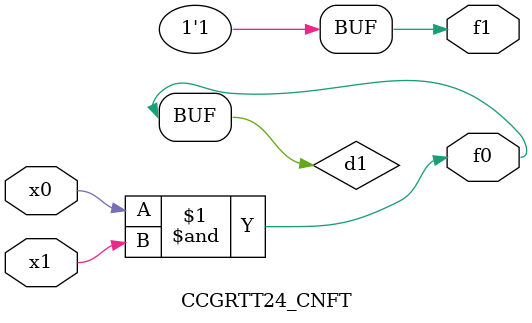
<source format=v>
module CCGRTT24_CNFT(
	input x0, x1,
	output f0, f1
);

	wire d1;

	assign f0 = d1;
	and (d1, x0, x1);
	assign f1 = 1'b1;
endmodule

</source>
